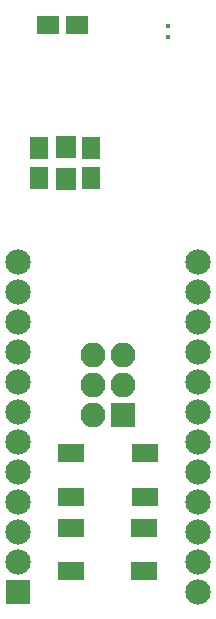
<source format=gbr>
G04 #@! TF.FileFunction,Soldermask,Bot*
%FSLAX46Y46*%
G04 Gerber Fmt 4.6, Leading zero omitted, Abs format (unit mm)*
G04 Created by KiCad (PCBNEW 4.0.7) date 05/29/18 11:00:58*
%MOMM*%
%LPD*%
G01*
G04 APERTURE LIST*
%ADD10C,0.100000*%
%ADD11R,2.200000X1.500000*%
%ADD12R,2.152600X2.152600*%
%ADD13C,2.152600*%
%ADD14R,1.650000X1.900000*%
%ADD15C,0.402000*%
%ADD16R,1.700000X1.900000*%
%ADD17R,2.100000X2.100000*%
%ADD18O,2.100000X2.100000*%
%ADD19R,1.900000X1.650000*%
G04 APERTURE END LIST*
D10*
D11*
X106131500Y-144145000D03*
X112331500Y-144145000D03*
X106131500Y-140445000D03*
X112331500Y-140445000D03*
D12*
X101600000Y-152146000D03*
D13*
X101600000Y-149606000D03*
X101600000Y-147066000D03*
X101600000Y-144526000D03*
X101600000Y-141986000D03*
X101600000Y-139446000D03*
X101600000Y-136906000D03*
X101600000Y-134366000D03*
X101600000Y-131826000D03*
X101600000Y-129286000D03*
X101600000Y-126746000D03*
X101600000Y-124206000D03*
X116840000Y-124206000D03*
X116840000Y-126746000D03*
X116840000Y-129286000D03*
X116840000Y-131826000D03*
X116840000Y-134366000D03*
X116840000Y-136906000D03*
X116840000Y-139446000D03*
X116840000Y-141986000D03*
X116840000Y-144526000D03*
X116840000Y-147066000D03*
X116840000Y-149606000D03*
X116840000Y-152146000D03*
D14*
X103378000Y-114594000D03*
X103378000Y-117094000D03*
D15*
X114300000Y-104256000D03*
X114300000Y-105156000D03*
X114300000Y-105156000D03*
X114300000Y-104256000D03*
D16*
X105664000Y-114521000D03*
X105664000Y-117221000D03*
D11*
X112320000Y-146740000D03*
X106120000Y-146740000D03*
X112320000Y-150440000D03*
X106120000Y-150440000D03*
D17*
X110490000Y-137160000D03*
D18*
X107950000Y-137160000D03*
X110490000Y-134620000D03*
X107950000Y-134620000D03*
X110490000Y-132080000D03*
X107950000Y-132080000D03*
D14*
X107823000Y-114594000D03*
X107823000Y-117094000D03*
D19*
X104140000Y-104140000D03*
X106640000Y-104140000D03*
M02*

</source>
